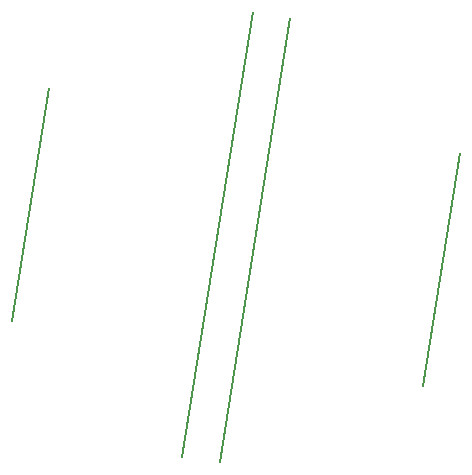
<source format=gbr>
%TF.GenerationSoftware,KiCad,Pcbnew,7.0.2*%
%TF.CreationDate,2023-09-29T14:12:54+02:00*%
%TF.ProjectId,wizza,77697a7a-612e-46b6-9963-61645f706362,v1.0.0*%
%TF.SameCoordinates,Original*%
%TF.FileFunction,Other,Comment*%
%FSLAX46Y46*%
G04 Gerber Fmt 4.6, Leading zero omitted, Abs format (unit mm)*
G04 Created by KiCad (PCBNEW 7.0.2) date 2023-09-29 14:12:54*
%MOMM*%
%LPD*%
G01*
G04 APERTURE LIST*
%ADD10C,0.200000*%
G04 APERTURE END LIST*
D10*
%TO.C,*%
X274712894Y-111162667D02*
X277841583Y-91408900D01*
X239946264Y-105656174D02*
X243074953Y-85902407D01*
X254333546Y-117097705D02*
X260293699Y-79466779D01*
X257494148Y-117598295D02*
X263454301Y-79967369D01*
%TD*%
M02*

</source>
